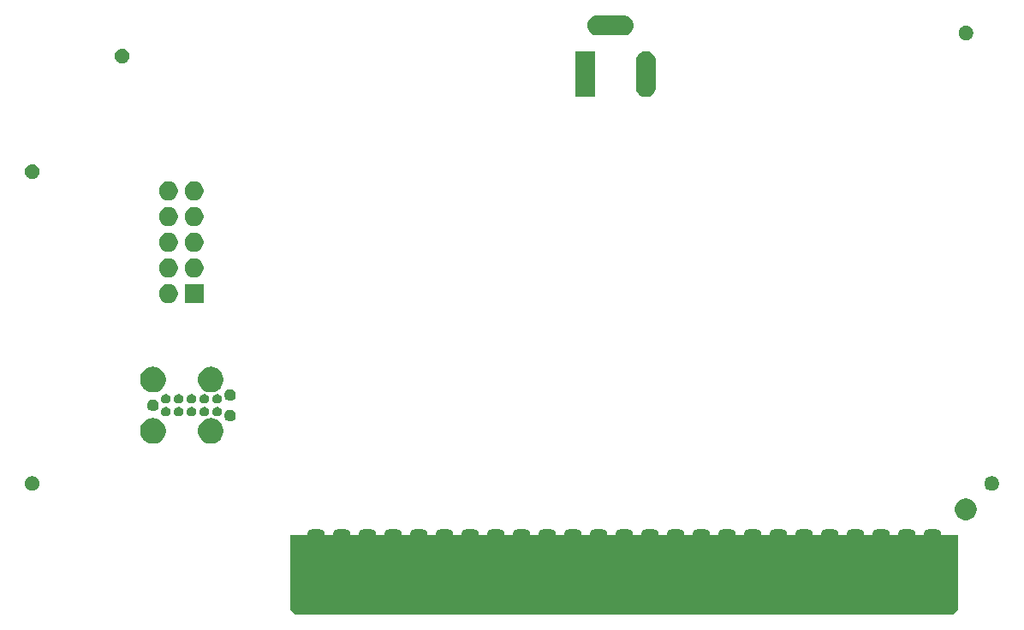
<source format=gbs>
G04 #@! TF.GenerationSoftware,KiCad,Pcbnew,(5.1.5-0-10_14)*
G04 #@! TF.CreationDate,2021-02-17T19:07:14-05:00*
G04 #@! TF.ProjectId,GR8RAM,47523852-414d-42e6-9b69-6361645f7063,0.9*
G04 #@! TF.SameCoordinates,Original*
G04 #@! TF.FileFunction,Soldermask,Bot*
G04 #@! TF.FilePolarity,Negative*
%FSLAX46Y46*%
G04 Gerber Fmt 4.6, Leading zero omitted, Abs format (unit mm)*
G04 Created by KiCad (PCBNEW (5.1.5-0-10_14)) date 2021-02-17 19:07:14*
%MOMM*%
%LPD*%
G04 APERTURE LIST*
%ADD10C,0.100000*%
G04 APERTURE END LIST*
D10*
G36*
X139700000Y-139446000D02*
G01*
X139192000Y-139954000D01*
X74168000Y-139954000D01*
X73660000Y-139446000D01*
X73660000Y-132080000D01*
X139700000Y-132080000D01*
X139700000Y-139446000D01*
G37*
G36*
X137686355Y-131543544D02*
G01*
X137758967Y-131565570D01*
X137825881Y-131601336D01*
X137884531Y-131649469D01*
X137932664Y-131708119D01*
X137968430Y-131775033D01*
X137990456Y-131847645D01*
X137998200Y-131926267D01*
X137998200Y-138837733D01*
X137990456Y-138916355D01*
X137968430Y-138988967D01*
X137932664Y-139055881D01*
X137884531Y-139114531D01*
X137825881Y-139162664D01*
X137758967Y-139198430D01*
X137686355Y-139220456D01*
X137607733Y-139228200D01*
X136712267Y-139228200D01*
X136633645Y-139220456D01*
X136561033Y-139198430D01*
X136494119Y-139162664D01*
X136435469Y-139114531D01*
X136387336Y-139055881D01*
X136351570Y-138988967D01*
X136329544Y-138916355D01*
X136321800Y-138837733D01*
X136321800Y-131926267D01*
X136329544Y-131847645D01*
X136351570Y-131775033D01*
X136387336Y-131708119D01*
X136435469Y-131649469D01*
X136494119Y-131601336D01*
X136561033Y-131565570D01*
X136633645Y-131543544D01*
X136712267Y-131535800D01*
X137607733Y-131535800D01*
X137686355Y-131543544D01*
G37*
G36*
X135146355Y-131543544D02*
G01*
X135218967Y-131565570D01*
X135285881Y-131601336D01*
X135344531Y-131649469D01*
X135392664Y-131708119D01*
X135428430Y-131775033D01*
X135450456Y-131847645D01*
X135458200Y-131926267D01*
X135458200Y-138837733D01*
X135450456Y-138916355D01*
X135428430Y-138988967D01*
X135392664Y-139055881D01*
X135344531Y-139114531D01*
X135285881Y-139162664D01*
X135218967Y-139198430D01*
X135146355Y-139220456D01*
X135067733Y-139228200D01*
X134172267Y-139228200D01*
X134093645Y-139220456D01*
X134021033Y-139198430D01*
X133954119Y-139162664D01*
X133895469Y-139114531D01*
X133847336Y-139055881D01*
X133811570Y-138988967D01*
X133789544Y-138916355D01*
X133781800Y-138837733D01*
X133781800Y-131926267D01*
X133789544Y-131847645D01*
X133811570Y-131775033D01*
X133847336Y-131708119D01*
X133895469Y-131649469D01*
X133954119Y-131601336D01*
X134021033Y-131565570D01*
X134093645Y-131543544D01*
X134172267Y-131535800D01*
X135067733Y-131535800D01*
X135146355Y-131543544D01*
G37*
G36*
X132606355Y-131543544D02*
G01*
X132678967Y-131565570D01*
X132745881Y-131601336D01*
X132804531Y-131649469D01*
X132852664Y-131708119D01*
X132888430Y-131775033D01*
X132910456Y-131847645D01*
X132918200Y-131926267D01*
X132918200Y-138837733D01*
X132910456Y-138916355D01*
X132888430Y-138988967D01*
X132852664Y-139055881D01*
X132804531Y-139114531D01*
X132745881Y-139162664D01*
X132678967Y-139198430D01*
X132606355Y-139220456D01*
X132527733Y-139228200D01*
X131632267Y-139228200D01*
X131553645Y-139220456D01*
X131481033Y-139198430D01*
X131414119Y-139162664D01*
X131355469Y-139114531D01*
X131307336Y-139055881D01*
X131271570Y-138988967D01*
X131249544Y-138916355D01*
X131241800Y-138837733D01*
X131241800Y-131926267D01*
X131249544Y-131847645D01*
X131271570Y-131775033D01*
X131307336Y-131708119D01*
X131355469Y-131649469D01*
X131414119Y-131601336D01*
X131481033Y-131565570D01*
X131553645Y-131543544D01*
X131632267Y-131535800D01*
X132527733Y-131535800D01*
X132606355Y-131543544D01*
G37*
G36*
X130066355Y-131543544D02*
G01*
X130138967Y-131565570D01*
X130205881Y-131601336D01*
X130264531Y-131649469D01*
X130312664Y-131708119D01*
X130348430Y-131775033D01*
X130370456Y-131847645D01*
X130378200Y-131926267D01*
X130378200Y-138837733D01*
X130370456Y-138916355D01*
X130348430Y-138988967D01*
X130312664Y-139055881D01*
X130264531Y-139114531D01*
X130205881Y-139162664D01*
X130138967Y-139198430D01*
X130066355Y-139220456D01*
X129987733Y-139228200D01*
X129092267Y-139228200D01*
X129013645Y-139220456D01*
X128941033Y-139198430D01*
X128874119Y-139162664D01*
X128815469Y-139114531D01*
X128767336Y-139055881D01*
X128731570Y-138988967D01*
X128709544Y-138916355D01*
X128701800Y-138837733D01*
X128701800Y-131926267D01*
X128709544Y-131847645D01*
X128731570Y-131775033D01*
X128767336Y-131708119D01*
X128815469Y-131649469D01*
X128874119Y-131601336D01*
X128941033Y-131565570D01*
X129013645Y-131543544D01*
X129092267Y-131535800D01*
X129987733Y-131535800D01*
X130066355Y-131543544D01*
G37*
G36*
X127526355Y-131543544D02*
G01*
X127598967Y-131565570D01*
X127665881Y-131601336D01*
X127724531Y-131649469D01*
X127772664Y-131708119D01*
X127808430Y-131775033D01*
X127830456Y-131847645D01*
X127838200Y-131926267D01*
X127838200Y-138837733D01*
X127830456Y-138916355D01*
X127808430Y-138988967D01*
X127772664Y-139055881D01*
X127724531Y-139114531D01*
X127665881Y-139162664D01*
X127598967Y-139198430D01*
X127526355Y-139220456D01*
X127447733Y-139228200D01*
X126552267Y-139228200D01*
X126473645Y-139220456D01*
X126401033Y-139198430D01*
X126334119Y-139162664D01*
X126275469Y-139114531D01*
X126227336Y-139055881D01*
X126191570Y-138988967D01*
X126169544Y-138916355D01*
X126161800Y-138837733D01*
X126161800Y-131926267D01*
X126169544Y-131847645D01*
X126191570Y-131775033D01*
X126227336Y-131708119D01*
X126275469Y-131649469D01*
X126334119Y-131601336D01*
X126401033Y-131565570D01*
X126473645Y-131543544D01*
X126552267Y-131535800D01*
X127447733Y-131535800D01*
X127526355Y-131543544D01*
G37*
G36*
X124986355Y-131543544D02*
G01*
X125058967Y-131565570D01*
X125125881Y-131601336D01*
X125184531Y-131649469D01*
X125232664Y-131708119D01*
X125268430Y-131775033D01*
X125290456Y-131847645D01*
X125298200Y-131926267D01*
X125298200Y-138837733D01*
X125290456Y-138916355D01*
X125268430Y-138988967D01*
X125232664Y-139055881D01*
X125184531Y-139114531D01*
X125125881Y-139162664D01*
X125058967Y-139198430D01*
X124986355Y-139220456D01*
X124907733Y-139228200D01*
X124012267Y-139228200D01*
X123933645Y-139220456D01*
X123861033Y-139198430D01*
X123794119Y-139162664D01*
X123735469Y-139114531D01*
X123687336Y-139055881D01*
X123651570Y-138988967D01*
X123629544Y-138916355D01*
X123621800Y-138837733D01*
X123621800Y-131926267D01*
X123629544Y-131847645D01*
X123651570Y-131775033D01*
X123687336Y-131708119D01*
X123735469Y-131649469D01*
X123794119Y-131601336D01*
X123861033Y-131565570D01*
X123933645Y-131543544D01*
X124012267Y-131535800D01*
X124907733Y-131535800D01*
X124986355Y-131543544D01*
G37*
G36*
X122446355Y-131543544D02*
G01*
X122518967Y-131565570D01*
X122585881Y-131601336D01*
X122644531Y-131649469D01*
X122692664Y-131708119D01*
X122728430Y-131775033D01*
X122750456Y-131847645D01*
X122758200Y-131926267D01*
X122758200Y-138837733D01*
X122750456Y-138916355D01*
X122728430Y-138988967D01*
X122692664Y-139055881D01*
X122644531Y-139114531D01*
X122585881Y-139162664D01*
X122518967Y-139198430D01*
X122446355Y-139220456D01*
X122367733Y-139228200D01*
X121472267Y-139228200D01*
X121393645Y-139220456D01*
X121321033Y-139198430D01*
X121254119Y-139162664D01*
X121195469Y-139114531D01*
X121147336Y-139055881D01*
X121111570Y-138988967D01*
X121089544Y-138916355D01*
X121081800Y-138837733D01*
X121081800Y-131926267D01*
X121089544Y-131847645D01*
X121111570Y-131775033D01*
X121147336Y-131708119D01*
X121195469Y-131649469D01*
X121254119Y-131601336D01*
X121321033Y-131565570D01*
X121393645Y-131543544D01*
X121472267Y-131535800D01*
X122367733Y-131535800D01*
X122446355Y-131543544D01*
G37*
G36*
X119906355Y-131543544D02*
G01*
X119978967Y-131565570D01*
X120045881Y-131601336D01*
X120104531Y-131649469D01*
X120152664Y-131708119D01*
X120188430Y-131775033D01*
X120210456Y-131847645D01*
X120218200Y-131926267D01*
X120218200Y-138837733D01*
X120210456Y-138916355D01*
X120188430Y-138988967D01*
X120152664Y-139055881D01*
X120104531Y-139114531D01*
X120045881Y-139162664D01*
X119978967Y-139198430D01*
X119906355Y-139220456D01*
X119827733Y-139228200D01*
X118932267Y-139228200D01*
X118853645Y-139220456D01*
X118781033Y-139198430D01*
X118714119Y-139162664D01*
X118655469Y-139114531D01*
X118607336Y-139055881D01*
X118571570Y-138988967D01*
X118549544Y-138916355D01*
X118541800Y-138837733D01*
X118541800Y-131926267D01*
X118549544Y-131847645D01*
X118571570Y-131775033D01*
X118607336Y-131708119D01*
X118655469Y-131649469D01*
X118714119Y-131601336D01*
X118781033Y-131565570D01*
X118853645Y-131543544D01*
X118932267Y-131535800D01*
X119827733Y-131535800D01*
X119906355Y-131543544D01*
G37*
G36*
X117366355Y-131543544D02*
G01*
X117438967Y-131565570D01*
X117505881Y-131601336D01*
X117564531Y-131649469D01*
X117612664Y-131708119D01*
X117648430Y-131775033D01*
X117670456Y-131847645D01*
X117678200Y-131926267D01*
X117678200Y-138837733D01*
X117670456Y-138916355D01*
X117648430Y-138988967D01*
X117612664Y-139055881D01*
X117564531Y-139114531D01*
X117505881Y-139162664D01*
X117438967Y-139198430D01*
X117366355Y-139220456D01*
X117287733Y-139228200D01*
X116392267Y-139228200D01*
X116313645Y-139220456D01*
X116241033Y-139198430D01*
X116174119Y-139162664D01*
X116115469Y-139114531D01*
X116067336Y-139055881D01*
X116031570Y-138988967D01*
X116009544Y-138916355D01*
X116001800Y-138837733D01*
X116001800Y-131926267D01*
X116009544Y-131847645D01*
X116031570Y-131775033D01*
X116067336Y-131708119D01*
X116115469Y-131649469D01*
X116174119Y-131601336D01*
X116241033Y-131565570D01*
X116313645Y-131543544D01*
X116392267Y-131535800D01*
X117287733Y-131535800D01*
X117366355Y-131543544D01*
G37*
G36*
X114826355Y-131543544D02*
G01*
X114898967Y-131565570D01*
X114965881Y-131601336D01*
X115024531Y-131649469D01*
X115072664Y-131708119D01*
X115108430Y-131775033D01*
X115130456Y-131847645D01*
X115138200Y-131926267D01*
X115138200Y-138837733D01*
X115130456Y-138916355D01*
X115108430Y-138988967D01*
X115072664Y-139055881D01*
X115024531Y-139114531D01*
X114965881Y-139162664D01*
X114898967Y-139198430D01*
X114826355Y-139220456D01*
X114747733Y-139228200D01*
X113852267Y-139228200D01*
X113773645Y-139220456D01*
X113701033Y-139198430D01*
X113634119Y-139162664D01*
X113575469Y-139114531D01*
X113527336Y-139055881D01*
X113491570Y-138988967D01*
X113469544Y-138916355D01*
X113461800Y-138837733D01*
X113461800Y-131926267D01*
X113469544Y-131847645D01*
X113491570Y-131775033D01*
X113527336Y-131708119D01*
X113575469Y-131649469D01*
X113634119Y-131601336D01*
X113701033Y-131565570D01*
X113773645Y-131543544D01*
X113852267Y-131535800D01*
X114747733Y-131535800D01*
X114826355Y-131543544D01*
G37*
G36*
X112286355Y-131543544D02*
G01*
X112358967Y-131565570D01*
X112425881Y-131601336D01*
X112484531Y-131649469D01*
X112532664Y-131708119D01*
X112568430Y-131775033D01*
X112590456Y-131847645D01*
X112598200Y-131926267D01*
X112598200Y-138837733D01*
X112590456Y-138916355D01*
X112568430Y-138988967D01*
X112532664Y-139055881D01*
X112484531Y-139114531D01*
X112425881Y-139162664D01*
X112358967Y-139198430D01*
X112286355Y-139220456D01*
X112207733Y-139228200D01*
X111312267Y-139228200D01*
X111233645Y-139220456D01*
X111161033Y-139198430D01*
X111094119Y-139162664D01*
X111035469Y-139114531D01*
X110987336Y-139055881D01*
X110951570Y-138988967D01*
X110929544Y-138916355D01*
X110921800Y-138837733D01*
X110921800Y-131926267D01*
X110929544Y-131847645D01*
X110951570Y-131775033D01*
X110987336Y-131708119D01*
X111035469Y-131649469D01*
X111094119Y-131601336D01*
X111161033Y-131565570D01*
X111233645Y-131543544D01*
X111312267Y-131535800D01*
X112207733Y-131535800D01*
X112286355Y-131543544D01*
G37*
G36*
X109746355Y-131543544D02*
G01*
X109818967Y-131565570D01*
X109885881Y-131601336D01*
X109944531Y-131649469D01*
X109992664Y-131708119D01*
X110028430Y-131775033D01*
X110050456Y-131847645D01*
X110058200Y-131926267D01*
X110058200Y-138837733D01*
X110050456Y-138916355D01*
X110028430Y-138988967D01*
X109992664Y-139055881D01*
X109944531Y-139114531D01*
X109885881Y-139162664D01*
X109818967Y-139198430D01*
X109746355Y-139220456D01*
X109667733Y-139228200D01*
X108772267Y-139228200D01*
X108693645Y-139220456D01*
X108621033Y-139198430D01*
X108554119Y-139162664D01*
X108495469Y-139114531D01*
X108447336Y-139055881D01*
X108411570Y-138988967D01*
X108389544Y-138916355D01*
X108381800Y-138837733D01*
X108381800Y-131926267D01*
X108389544Y-131847645D01*
X108411570Y-131775033D01*
X108447336Y-131708119D01*
X108495469Y-131649469D01*
X108554119Y-131601336D01*
X108621033Y-131565570D01*
X108693645Y-131543544D01*
X108772267Y-131535800D01*
X109667733Y-131535800D01*
X109746355Y-131543544D01*
G37*
G36*
X107206355Y-131543544D02*
G01*
X107278967Y-131565570D01*
X107345881Y-131601336D01*
X107404531Y-131649469D01*
X107452664Y-131708119D01*
X107488430Y-131775033D01*
X107510456Y-131847645D01*
X107518200Y-131926267D01*
X107518200Y-138837733D01*
X107510456Y-138916355D01*
X107488430Y-138988967D01*
X107452664Y-139055881D01*
X107404531Y-139114531D01*
X107345881Y-139162664D01*
X107278967Y-139198430D01*
X107206355Y-139220456D01*
X107127733Y-139228200D01*
X106232267Y-139228200D01*
X106153645Y-139220456D01*
X106081033Y-139198430D01*
X106014119Y-139162664D01*
X105955469Y-139114531D01*
X105907336Y-139055881D01*
X105871570Y-138988967D01*
X105849544Y-138916355D01*
X105841800Y-138837733D01*
X105841800Y-131926267D01*
X105849544Y-131847645D01*
X105871570Y-131775033D01*
X105907336Y-131708119D01*
X105955469Y-131649469D01*
X106014119Y-131601336D01*
X106081033Y-131565570D01*
X106153645Y-131543544D01*
X106232267Y-131535800D01*
X107127733Y-131535800D01*
X107206355Y-131543544D01*
G37*
G36*
X104666355Y-131543544D02*
G01*
X104738967Y-131565570D01*
X104805881Y-131601336D01*
X104864531Y-131649469D01*
X104912664Y-131708119D01*
X104948430Y-131775033D01*
X104970456Y-131847645D01*
X104978200Y-131926267D01*
X104978200Y-138837733D01*
X104970456Y-138916355D01*
X104948430Y-138988967D01*
X104912664Y-139055881D01*
X104864531Y-139114531D01*
X104805881Y-139162664D01*
X104738967Y-139198430D01*
X104666355Y-139220456D01*
X104587733Y-139228200D01*
X103692267Y-139228200D01*
X103613645Y-139220456D01*
X103541033Y-139198430D01*
X103474119Y-139162664D01*
X103415469Y-139114531D01*
X103367336Y-139055881D01*
X103331570Y-138988967D01*
X103309544Y-138916355D01*
X103301800Y-138837733D01*
X103301800Y-131926267D01*
X103309544Y-131847645D01*
X103331570Y-131775033D01*
X103367336Y-131708119D01*
X103415469Y-131649469D01*
X103474119Y-131601336D01*
X103541033Y-131565570D01*
X103613645Y-131543544D01*
X103692267Y-131535800D01*
X104587733Y-131535800D01*
X104666355Y-131543544D01*
G37*
G36*
X102126355Y-131543544D02*
G01*
X102198967Y-131565570D01*
X102265881Y-131601336D01*
X102324531Y-131649469D01*
X102372664Y-131708119D01*
X102408430Y-131775033D01*
X102430456Y-131847645D01*
X102438200Y-131926267D01*
X102438200Y-138837733D01*
X102430456Y-138916355D01*
X102408430Y-138988967D01*
X102372664Y-139055881D01*
X102324531Y-139114531D01*
X102265881Y-139162664D01*
X102198967Y-139198430D01*
X102126355Y-139220456D01*
X102047733Y-139228200D01*
X101152267Y-139228200D01*
X101073645Y-139220456D01*
X101001033Y-139198430D01*
X100934119Y-139162664D01*
X100875469Y-139114531D01*
X100827336Y-139055881D01*
X100791570Y-138988967D01*
X100769544Y-138916355D01*
X100761800Y-138837733D01*
X100761800Y-131926267D01*
X100769544Y-131847645D01*
X100791570Y-131775033D01*
X100827336Y-131708119D01*
X100875469Y-131649469D01*
X100934119Y-131601336D01*
X101001033Y-131565570D01*
X101073645Y-131543544D01*
X101152267Y-131535800D01*
X102047733Y-131535800D01*
X102126355Y-131543544D01*
G37*
G36*
X99586355Y-131543544D02*
G01*
X99658967Y-131565570D01*
X99725881Y-131601336D01*
X99784531Y-131649469D01*
X99832664Y-131708119D01*
X99868430Y-131775033D01*
X99890456Y-131847645D01*
X99898200Y-131926267D01*
X99898200Y-138837733D01*
X99890456Y-138916355D01*
X99868430Y-138988967D01*
X99832664Y-139055881D01*
X99784531Y-139114531D01*
X99725881Y-139162664D01*
X99658967Y-139198430D01*
X99586355Y-139220456D01*
X99507733Y-139228200D01*
X98612267Y-139228200D01*
X98533645Y-139220456D01*
X98461033Y-139198430D01*
X98394119Y-139162664D01*
X98335469Y-139114531D01*
X98287336Y-139055881D01*
X98251570Y-138988967D01*
X98229544Y-138916355D01*
X98221800Y-138837733D01*
X98221800Y-131926267D01*
X98229544Y-131847645D01*
X98251570Y-131775033D01*
X98287336Y-131708119D01*
X98335469Y-131649469D01*
X98394119Y-131601336D01*
X98461033Y-131565570D01*
X98533645Y-131543544D01*
X98612267Y-131535800D01*
X99507733Y-131535800D01*
X99586355Y-131543544D01*
G37*
G36*
X97046355Y-131543544D02*
G01*
X97118967Y-131565570D01*
X97185881Y-131601336D01*
X97244531Y-131649469D01*
X97292664Y-131708119D01*
X97328430Y-131775033D01*
X97350456Y-131847645D01*
X97358200Y-131926267D01*
X97358200Y-138837733D01*
X97350456Y-138916355D01*
X97328430Y-138988967D01*
X97292664Y-139055881D01*
X97244531Y-139114531D01*
X97185881Y-139162664D01*
X97118967Y-139198430D01*
X97046355Y-139220456D01*
X96967733Y-139228200D01*
X96072267Y-139228200D01*
X95993645Y-139220456D01*
X95921033Y-139198430D01*
X95854119Y-139162664D01*
X95795469Y-139114531D01*
X95747336Y-139055881D01*
X95711570Y-138988967D01*
X95689544Y-138916355D01*
X95681800Y-138837733D01*
X95681800Y-131926267D01*
X95689544Y-131847645D01*
X95711570Y-131775033D01*
X95747336Y-131708119D01*
X95795469Y-131649469D01*
X95854119Y-131601336D01*
X95921033Y-131565570D01*
X95993645Y-131543544D01*
X96072267Y-131535800D01*
X96967733Y-131535800D01*
X97046355Y-131543544D01*
G37*
G36*
X94506355Y-131543544D02*
G01*
X94578967Y-131565570D01*
X94645881Y-131601336D01*
X94704531Y-131649469D01*
X94752664Y-131708119D01*
X94788430Y-131775033D01*
X94810456Y-131847645D01*
X94818200Y-131926267D01*
X94818200Y-138837733D01*
X94810456Y-138916355D01*
X94788430Y-138988967D01*
X94752664Y-139055881D01*
X94704531Y-139114531D01*
X94645881Y-139162664D01*
X94578967Y-139198430D01*
X94506355Y-139220456D01*
X94427733Y-139228200D01*
X93532267Y-139228200D01*
X93453645Y-139220456D01*
X93381033Y-139198430D01*
X93314119Y-139162664D01*
X93255469Y-139114531D01*
X93207336Y-139055881D01*
X93171570Y-138988967D01*
X93149544Y-138916355D01*
X93141800Y-138837733D01*
X93141800Y-131926267D01*
X93149544Y-131847645D01*
X93171570Y-131775033D01*
X93207336Y-131708119D01*
X93255469Y-131649469D01*
X93314119Y-131601336D01*
X93381033Y-131565570D01*
X93453645Y-131543544D01*
X93532267Y-131535800D01*
X94427733Y-131535800D01*
X94506355Y-131543544D01*
G37*
G36*
X91966355Y-131543544D02*
G01*
X92038967Y-131565570D01*
X92105881Y-131601336D01*
X92164531Y-131649469D01*
X92212664Y-131708119D01*
X92248430Y-131775033D01*
X92270456Y-131847645D01*
X92278200Y-131926267D01*
X92278200Y-138837733D01*
X92270456Y-138916355D01*
X92248430Y-138988967D01*
X92212664Y-139055881D01*
X92164531Y-139114531D01*
X92105881Y-139162664D01*
X92038967Y-139198430D01*
X91966355Y-139220456D01*
X91887733Y-139228200D01*
X90992267Y-139228200D01*
X90913645Y-139220456D01*
X90841033Y-139198430D01*
X90774119Y-139162664D01*
X90715469Y-139114531D01*
X90667336Y-139055881D01*
X90631570Y-138988967D01*
X90609544Y-138916355D01*
X90601800Y-138837733D01*
X90601800Y-131926267D01*
X90609544Y-131847645D01*
X90631570Y-131775033D01*
X90667336Y-131708119D01*
X90715469Y-131649469D01*
X90774119Y-131601336D01*
X90841033Y-131565570D01*
X90913645Y-131543544D01*
X90992267Y-131535800D01*
X91887733Y-131535800D01*
X91966355Y-131543544D01*
G37*
G36*
X89426355Y-131543544D02*
G01*
X89498967Y-131565570D01*
X89565881Y-131601336D01*
X89624531Y-131649469D01*
X89672664Y-131708119D01*
X89708430Y-131775033D01*
X89730456Y-131847645D01*
X89738200Y-131926267D01*
X89738200Y-138837733D01*
X89730456Y-138916355D01*
X89708430Y-138988967D01*
X89672664Y-139055881D01*
X89624531Y-139114531D01*
X89565881Y-139162664D01*
X89498967Y-139198430D01*
X89426355Y-139220456D01*
X89347733Y-139228200D01*
X88452267Y-139228200D01*
X88373645Y-139220456D01*
X88301033Y-139198430D01*
X88234119Y-139162664D01*
X88175469Y-139114531D01*
X88127336Y-139055881D01*
X88091570Y-138988967D01*
X88069544Y-138916355D01*
X88061800Y-138837733D01*
X88061800Y-131926267D01*
X88069544Y-131847645D01*
X88091570Y-131775033D01*
X88127336Y-131708119D01*
X88175469Y-131649469D01*
X88234119Y-131601336D01*
X88301033Y-131565570D01*
X88373645Y-131543544D01*
X88452267Y-131535800D01*
X89347733Y-131535800D01*
X89426355Y-131543544D01*
G37*
G36*
X86886355Y-131543544D02*
G01*
X86958967Y-131565570D01*
X87025881Y-131601336D01*
X87084531Y-131649469D01*
X87132664Y-131708119D01*
X87168430Y-131775033D01*
X87190456Y-131847645D01*
X87198200Y-131926267D01*
X87198200Y-138837733D01*
X87190456Y-138916355D01*
X87168430Y-138988967D01*
X87132664Y-139055881D01*
X87084531Y-139114531D01*
X87025881Y-139162664D01*
X86958967Y-139198430D01*
X86886355Y-139220456D01*
X86807733Y-139228200D01*
X85912267Y-139228200D01*
X85833645Y-139220456D01*
X85761033Y-139198430D01*
X85694119Y-139162664D01*
X85635469Y-139114531D01*
X85587336Y-139055881D01*
X85551570Y-138988967D01*
X85529544Y-138916355D01*
X85521800Y-138837733D01*
X85521800Y-131926267D01*
X85529544Y-131847645D01*
X85551570Y-131775033D01*
X85587336Y-131708119D01*
X85635469Y-131649469D01*
X85694119Y-131601336D01*
X85761033Y-131565570D01*
X85833645Y-131543544D01*
X85912267Y-131535800D01*
X86807733Y-131535800D01*
X86886355Y-131543544D01*
G37*
G36*
X84346355Y-131543544D02*
G01*
X84418967Y-131565570D01*
X84485881Y-131601336D01*
X84544531Y-131649469D01*
X84592664Y-131708119D01*
X84628430Y-131775033D01*
X84650456Y-131847645D01*
X84658200Y-131926267D01*
X84658200Y-138837733D01*
X84650456Y-138916355D01*
X84628430Y-138988967D01*
X84592664Y-139055881D01*
X84544531Y-139114531D01*
X84485881Y-139162664D01*
X84418967Y-139198430D01*
X84346355Y-139220456D01*
X84267733Y-139228200D01*
X83372267Y-139228200D01*
X83293645Y-139220456D01*
X83221033Y-139198430D01*
X83154119Y-139162664D01*
X83095469Y-139114531D01*
X83047336Y-139055881D01*
X83011570Y-138988967D01*
X82989544Y-138916355D01*
X82981800Y-138837733D01*
X82981800Y-131926267D01*
X82989544Y-131847645D01*
X83011570Y-131775033D01*
X83047336Y-131708119D01*
X83095469Y-131649469D01*
X83154119Y-131601336D01*
X83221033Y-131565570D01*
X83293645Y-131543544D01*
X83372267Y-131535800D01*
X84267733Y-131535800D01*
X84346355Y-131543544D01*
G37*
G36*
X81806355Y-131543544D02*
G01*
X81878967Y-131565570D01*
X81945881Y-131601336D01*
X82004531Y-131649469D01*
X82052664Y-131708119D01*
X82088430Y-131775033D01*
X82110456Y-131847645D01*
X82118200Y-131926267D01*
X82118200Y-138837733D01*
X82110456Y-138916355D01*
X82088430Y-138988967D01*
X82052664Y-139055881D01*
X82004531Y-139114531D01*
X81945881Y-139162664D01*
X81878967Y-139198430D01*
X81806355Y-139220456D01*
X81727733Y-139228200D01*
X80832267Y-139228200D01*
X80753645Y-139220456D01*
X80681033Y-139198430D01*
X80614119Y-139162664D01*
X80555469Y-139114531D01*
X80507336Y-139055881D01*
X80471570Y-138988967D01*
X80449544Y-138916355D01*
X80441800Y-138837733D01*
X80441800Y-131926267D01*
X80449544Y-131847645D01*
X80471570Y-131775033D01*
X80507336Y-131708119D01*
X80555469Y-131649469D01*
X80614119Y-131601336D01*
X80681033Y-131565570D01*
X80753645Y-131543544D01*
X80832267Y-131535800D01*
X81727733Y-131535800D01*
X81806355Y-131543544D01*
G37*
G36*
X79266355Y-131543544D02*
G01*
X79338967Y-131565570D01*
X79405881Y-131601336D01*
X79464531Y-131649469D01*
X79512664Y-131708119D01*
X79548430Y-131775033D01*
X79570456Y-131847645D01*
X79578200Y-131926267D01*
X79578200Y-138837733D01*
X79570456Y-138916355D01*
X79548430Y-138988967D01*
X79512664Y-139055881D01*
X79464531Y-139114531D01*
X79405881Y-139162664D01*
X79338967Y-139198430D01*
X79266355Y-139220456D01*
X79187733Y-139228200D01*
X78292267Y-139228200D01*
X78213645Y-139220456D01*
X78141033Y-139198430D01*
X78074119Y-139162664D01*
X78015469Y-139114531D01*
X77967336Y-139055881D01*
X77931570Y-138988967D01*
X77909544Y-138916355D01*
X77901800Y-138837733D01*
X77901800Y-131926267D01*
X77909544Y-131847645D01*
X77931570Y-131775033D01*
X77967336Y-131708119D01*
X78015469Y-131649469D01*
X78074119Y-131601336D01*
X78141033Y-131565570D01*
X78213645Y-131543544D01*
X78292267Y-131535800D01*
X79187733Y-131535800D01*
X79266355Y-131543544D01*
G37*
G36*
X76726355Y-131543544D02*
G01*
X76798967Y-131565570D01*
X76865881Y-131601336D01*
X76924531Y-131649469D01*
X76972664Y-131708119D01*
X77008430Y-131775033D01*
X77030456Y-131847645D01*
X77038200Y-131926267D01*
X77038200Y-138837733D01*
X77030456Y-138916355D01*
X77008430Y-138988967D01*
X76972664Y-139055881D01*
X76924531Y-139114531D01*
X76865881Y-139162664D01*
X76798967Y-139198430D01*
X76726355Y-139220456D01*
X76647733Y-139228200D01*
X75752267Y-139228200D01*
X75673645Y-139220456D01*
X75601033Y-139198430D01*
X75534119Y-139162664D01*
X75475469Y-139114531D01*
X75427336Y-139055881D01*
X75391570Y-138988967D01*
X75369544Y-138916355D01*
X75361800Y-138837733D01*
X75361800Y-131926267D01*
X75369544Y-131847645D01*
X75391570Y-131775033D01*
X75427336Y-131708119D01*
X75475469Y-131649469D01*
X75534119Y-131601336D01*
X75601033Y-131565570D01*
X75673645Y-131543544D01*
X75752267Y-131535800D01*
X76647733Y-131535800D01*
X76726355Y-131543544D01*
G37*
G36*
X140775914Y-128505157D02*
G01*
X140971777Y-128586286D01*
X141148033Y-128704057D01*
X141297943Y-128853967D01*
X141415714Y-129030223D01*
X141496843Y-129226086D01*
X141538200Y-129434004D01*
X141538200Y-129645996D01*
X141496843Y-129853914D01*
X141415714Y-130049777D01*
X141297943Y-130226033D01*
X141148033Y-130375943D01*
X140971777Y-130493714D01*
X140775914Y-130574843D01*
X140567996Y-130616200D01*
X140356004Y-130616200D01*
X140148086Y-130574843D01*
X139952223Y-130493714D01*
X139775967Y-130375943D01*
X139626057Y-130226033D01*
X139508286Y-130049777D01*
X139427157Y-129853914D01*
X139385800Y-129645996D01*
X139385800Y-129434004D01*
X139427157Y-129226086D01*
X139508286Y-129030223D01*
X139626057Y-128853967D01*
X139775967Y-128704057D01*
X139952223Y-128586286D01*
X140148086Y-128505157D01*
X140356004Y-128463800D01*
X140567996Y-128463800D01*
X140775914Y-128505157D01*
G37*
G36*
X48250933Y-126285274D02*
G01*
X48344185Y-126303823D01*
X48475939Y-126358398D01*
X48475940Y-126358399D01*
X48475943Y-126358400D01*
X48594523Y-126437633D01*
X48695367Y-126538477D01*
X48774600Y-126657057D01*
X48774601Y-126657060D01*
X48774602Y-126657061D01*
X48829177Y-126788815D01*
X48857000Y-126928693D01*
X48857000Y-127071307D01*
X48829177Y-127211185D01*
X48774602Y-127342939D01*
X48774600Y-127342943D01*
X48695367Y-127461523D01*
X48594523Y-127562367D01*
X48475943Y-127641600D01*
X48475940Y-127641601D01*
X48475939Y-127641602D01*
X48344185Y-127696177D01*
X48250933Y-127714726D01*
X48204308Y-127724000D01*
X48061692Y-127724000D01*
X48015067Y-127714726D01*
X47921815Y-127696177D01*
X47790061Y-127641602D01*
X47790060Y-127641601D01*
X47790057Y-127641600D01*
X47671477Y-127562367D01*
X47570633Y-127461523D01*
X47491400Y-127342943D01*
X47491398Y-127342939D01*
X47436823Y-127211185D01*
X47409000Y-127071307D01*
X47409000Y-126928693D01*
X47436823Y-126788815D01*
X47491398Y-126657061D01*
X47491399Y-126657060D01*
X47491400Y-126657057D01*
X47570633Y-126538477D01*
X47671477Y-126437633D01*
X47790057Y-126358400D01*
X47790060Y-126358399D01*
X47790061Y-126358398D01*
X47921815Y-126303823D01*
X48015067Y-126285274D01*
X48061692Y-126276000D01*
X48204308Y-126276000D01*
X48250933Y-126285274D01*
G37*
G36*
X143119933Y-126285274D02*
G01*
X143213185Y-126303823D01*
X143344939Y-126358398D01*
X143344940Y-126358399D01*
X143344943Y-126358400D01*
X143463523Y-126437633D01*
X143564367Y-126538477D01*
X143643600Y-126657057D01*
X143643601Y-126657060D01*
X143643602Y-126657061D01*
X143698177Y-126788815D01*
X143726000Y-126928693D01*
X143726000Y-127071307D01*
X143698177Y-127211185D01*
X143643602Y-127342939D01*
X143643600Y-127342943D01*
X143564367Y-127461523D01*
X143463523Y-127562367D01*
X143344943Y-127641600D01*
X143344940Y-127641601D01*
X143344939Y-127641602D01*
X143213185Y-127696177D01*
X143119933Y-127714726D01*
X143073308Y-127724000D01*
X142930692Y-127724000D01*
X142884067Y-127714726D01*
X142790815Y-127696177D01*
X142659061Y-127641602D01*
X142659060Y-127641601D01*
X142659057Y-127641600D01*
X142540477Y-127562367D01*
X142439633Y-127461523D01*
X142360400Y-127342943D01*
X142360398Y-127342939D01*
X142305823Y-127211185D01*
X142278000Y-127071307D01*
X142278000Y-126928693D01*
X142305823Y-126788815D01*
X142360398Y-126657061D01*
X142360399Y-126657060D01*
X142360400Y-126657057D01*
X142439633Y-126538477D01*
X142540477Y-126437633D01*
X142659057Y-126358400D01*
X142659060Y-126358399D01*
X142659061Y-126358398D01*
X142790815Y-126303823D01*
X142884067Y-126285274D01*
X142930692Y-126276000D01*
X143073308Y-126276000D01*
X143119933Y-126285274D01*
G37*
G36*
X65937503Y-120534729D02*
G01*
X66154596Y-120577911D01*
X66384564Y-120673167D01*
X66591525Y-120811455D01*
X66591527Y-120811457D01*
X66591530Y-120811459D01*
X66767541Y-120987470D01*
X66767543Y-120987473D01*
X66767545Y-120987475D01*
X66905833Y-121194436D01*
X67001089Y-121424404D01*
X67049650Y-121668542D01*
X67049650Y-121917458D01*
X67001089Y-122161596D01*
X66905833Y-122391564D01*
X66767545Y-122598525D01*
X66767543Y-122598527D01*
X66767541Y-122598530D01*
X66591530Y-122774541D01*
X66591527Y-122774543D01*
X66591525Y-122774545D01*
X66384564Y-122912833D01*
X66154596Y-123008089D01*
X65937503Y-123051271D01*
X65910459Y-123056650D01*
X65661541Y-123056650D01*
X65634497Y-123051271D01*
X65417404Y-123008089D01*
X65187436Y-122912833D01*
X64980475Y-122774545D01*
X64980473Y-122774543D01*
X64980470Y-122774541D01*
X64804459Y-122598530D01*
X64804457Y-122598527D01*
X64804455Y-122598525D01*
X64666167Y-122391564D01*
X64570911Y-122161596D01*
X64522350Y-121917458D01*
X64522350Y-121668542D01*
X64570911Y-121424404D01*
X64666167Y-121194436D01*
X64804455Y-120987475D01*
X64804457Y-120987473D01*
X64804459Y-120987470D01*
X64980470Y-120811459D01*
X64980473Y-120811457D01*
X64980475Y-120811455D01*
X65187436Y-120673167D01*
X65417404Y-120577911D01*
X65634497Y-120534729D01*
X65661541Y-120529350D01*
X65910459Y-120529350D01*
X65937503Y-120534729D01*
G37*
G36*
X60222503Y-120534729D02*
G01*
X60439596Y-120577911D01*
X60669564Y-120673167D01*
X60876525Y-120811455D01*
X60876527Y-120811457D01*
X60876530Y-120811459D01*
X61052541Y-120987470D01*
X61052543Y-120987473D01*
X61052545Y-120987475D01*
X61190833Y-121194436D01*
X61286089Y-121424404D01*
X61334650Y-121668542D01*
X61334650Y-121917458D01*
X61286089Y-122161596D01*
X61190833Y-122391564D01*
X61052545Y-122598525D01*
X61052543Y-122598527D01*
X61052541Y-122598530D01*
X60876530Y-122774541D01*
X60876527Y-122774543D01*
X60876525Y-122774545D01*
X60669564Y-122912833D01*
X60439596Y-123008089D01*
X60222503Y-123051271D01*
X60195459Y-123056650D01*
X59946541Y-123056650D01*
X59919497Y-123051271D01*
X59702404Y-123008089D01*
X59472436Y-122912833D01*
X59265475Y-122774545D01*
X59265473Y-122774543D01*
X59265470Y-122774541D01*
X59089459Y-122598530D01*
X59089457Y-122598527D01*
X59089455Y-122598525D01*
X58951167Y-122391564D01*
X58855911Y-122161596D01*
X58807350Y-121917458D01*
X58807350Y-121668542D01*
X58855911Y-121424404D01*
X58951167Y-121194436D01*
X59089455Y-120987475D01*
X59089457Y-120987473D01*
X59089459Y-120987470D01*
X59265470Y-120811459D01*
X59265473Y-120811457D01*
X59265475Y-120811455D01*
X59472436Y-120673167D01*
X59702404Y-120577911D01*
X59919497Y-120534729D01*
X59946541Y-120529350D01*
X60195459Y-120529350D01*
X60222503Y-120534729D01*
G37*
G36*
X67784092Y-119704821D02*
G01*
X67857702Y-119719463D01*
X67933677Y-119750933D01*
X67961707Y-119762543D01*
X68055310Y-119825087D01*
X68134913Y-119904690D01*
X68197457Y-119998293D01*
X68197458Y-119998296D01*
X68240537Y-120102298D01*
X68262500Y-120212713D01*
X68262500Y-120325287D01*
X68240537Y-120435702D01*
X68207216Y-120516145D01*
X68197457Y-120539707D01*
X68134913Y-120633310D01*
X68055310Y-120712913D01*
X67961707Y-120775457D01*
X67938145Y-120785216D01*
X67857702Y-120818537D01*
X67784092Y-120833179D01*
X67747288Y-120840500D01*
X67634712Y-120840500D01*
X67597908Y-120833179D01*
X67524298Y-120818537D01*
X67443855Y-120785216D01*
X67420293Y-120775457D01*
X67326690Y-120712913D01*
X67247087Y-120633310D01*
X67184543Y-120539707D01*
X67174784Y-120516145D01*
X67141463Y-120435702D01*
X67119500Y-120325287D01*
X67119500Y-120212713D01*
X67141463Y-120102298D01*
X67184542Y-119998296D01*
X67184543Y-119998293D01*
X67247087Y-119904690D01*
X67326690Y-119825087D01*
X67420293Y-119762543D01*
X67448323Y-119750933D01*
X67524298Y-119719463D01*
X67597908Y-119704821D01*
X67634712Y-119697500D01*
X67747288Y-119697500D01*
X67784092Y-119704821D01*
G37*
G36*
X61417542Y-119424119D02*
G01*
X61478067Y-119436158D01*
X61563578Y-119471578D01*
X61563581Y-119471580D01*
X61640544Y-119523005D01*
X61705995Y-119588456D01*
X61757420Y-119665419D01*
X61757422Y-119665422D01*
X61792842Y-119750933D01*
X61795151Y-119762542D01*
X61807592Y-119825086D01*
X61810900Y-119841720D01*
X61810900Y-119934280D01*
X61792842Y-120025067D01*
X61757422Y-120110578D01*
X61757420Y-120110581D01*
X61705995Y-120187544D01*
X61640544Y-120252995D01*
X61563581Y-120304420D01*
X61563578Y-120304422D01*
X61478067Y-120339842D01*
X61417542Y-120351881D01*
X61387281Y-120357900D01*
X61294719Y-120357900D01*
X61264458Y-120351881D01*
X61203933Y-120339842D01*
X61118422Y-120304422D01*
X61118419Y-120304420D01*
X61041456Y-120252995D01*
X60976005Y-120187544D01*
X60924580Y-120110581D01*
X60924578Y-120110578D01*
X60889158Y-120025067D01*
X60871100Y-119934280D01*
X60871100Y-119841720D01*
X60874409Y-119825086D01*
X60886849Y-119762542D01*
X60889158Y-119750933D01*
X60924578Y-119665422D01*
X60924580Y-119665419D01*
X60976005Y-119588456D01*
X61041456Y-119523005D01*
X61118419Y-119471580D01*
X61118422Y-119471578D01*
X61203933Y-119436158D01*
X61264458Y-119424119D01*
X61294719Y-119418100D01*
X61387281Y-119418100D01*
X61417542Y-119424119D01*
G37*
G36*
X62687542Y-119424119D02*
G01*
X62748067Y-119436158D01*
X62833578Y-119471578D01*
X62833581Y-119471580D01*
X62910544Y-119523005D01*
X62975995Y-119588456D01*
X63027420Y-119665419D01*
X63027422Y-119665422D01*
X63062842Y-119750933D01*
X63065151Y-119762542D01*
X63077592Y-119825086D01*
X63080900Y-119841720D01*
X63080900Y-119934280D01*
X63062842Y-120025067D01*
X63027422Y-120110578D01*
X63027420Y-120110581D01*
X62975995Y-120187544D01*
X62910544Y-120252995D01*
X62833581Y-120304420D01*
X62833578Y-120304422D01*
X62748067Y-120339842D01*
X62687542Y-120351881D01*
X62657281Y-120357900D01*
X62564719Y-120357900D01*
X62534458Y-120351881D01*
X62473933Y-120339842D01*
X62388422Y-120304422D01*
X62388419Y-120304420D01*
X62311456Y-120252995D01*
X62246005Y-120187544D01*
X62194580Y-120110581D01*
X62194578Y-120110578D01*
X62159158Y-120025067D01*
X62141100Y-119934280D01*
X62141100Y-119841720D01*
X62144409Y-119825086D01*
X62156849Y-119762542D01*
X62159158Y-119750933D01*
X62194578Y-119665422D01*
X62194580Y-119665419D01*
X62246005Y-119588456D01*
X62311456Y-119523005D01*
X62388419Y-119471580D01*
X62388422Y-119471578D01*
X62473933Y-119436158D01*
X62534458Y-119424119D01*
X62564719Y-119418100D01*
X62657281Y-119418100D01*
X62687542Y-119424119D01*
G37*
G36*
X63957542Y-119424119D02*
G01*
X64018067Y-119436158D01*
X64103578Y-119471578D01*
X64103581Y-119471580D01*
X64180544Y-119523005D01*
X64245995Y-119588456D01*
X64297420Y-119665419D01*
X64297422Y-119665422D01*
X64332842Y-119750933D01*
X64335151Y-119762542D01*
X64347592Y-119825086D01*
X64350900Y-119841720D01*
X64350900Y-119934280D01*
X64332842Y-120025067D01*
X64297422Y-120110578D01*
X64297420Y-120110581D01*
X64245995Y-120187544D01*
X64180544Y-120252995D01*
X64103581Y-120304420D01*
X64103578Y-120304422D01*
X64018067Y-120339842D01*
X63957542Y-120351881D01*
X63927281Y-120357900D01*
X63834719Y-120357900D01*
X63804458Y-120351881D01*
X63743933Y-120339842D01*
X63658422Y-120304422D01*
X63658419Y-120304420D01*
X63581456Y-120252995D01*
X63516005Y-120187544D01*
X63464580Y-120110581D01*
X63464578Y-120110578D01*
X63429158Y-120025067D01*
X63411100Y-119934280D01*
X63411100Y-119841720D01*
X63414409Y-119825086D01*
X63426849Y-119762542D01*
X63429158Y-119750933D01*
X63464578Y-119665422D01*
X63464580Y-119665419D01*
X63516005Y-119588456D01*
X63581456Y-119523005D01*
X63658419Y-119471580D01*
X63658422Y-119471578D01*
X63743933Y-119436158D01*
X63804458Y-119424119D01*
X63834719Y-119418100D01*
X63927281Y-119418100D01*
X63957542Y-119424119D01*
G37*
G36*
X65227542Y-119424119D02*
G01*
X65288067Y-119436158D01*
X65373578Y-119471578D01*
X65373581Y-119471580D01*
X65450544Y-119523005D01*
X65515995Y-119588456D01*
X65567420Y-119665419D01*
X65567422Y-119665422D01*
X65602842Y-119750933D01*
X65605151Y-119762542D01*
X65617592Y-119825086D01*
X65620900Y-119841720D01*
X65620900Y-119934280D01*
X65602842Y-120025067D01*
X65567422Y-120110578D01*
X65567420Y-120110581D01*
X65515995Y-120187544D01*
X65450544Y-120252995D01*
X65373581Y-120304420D01*
X65373578Y-120304422D01*
X65288067Y-120339842D01*
X65227542Y-120351881D01*
X65197281Y-120357900D01*
X65104719Y-120357900D01*
X65074458Y-120351881D01*
X65013933Y-120339842D01*
X64928422Y-120304422D01*
X64928419Y-120304420D01*
X64851456Y-120252995D01*
X64786005Y-120187544D01*
X64734580Y-120110581D01*
X64734578Y-120110578D01*
X64699158Y-120025067D01*
X64681100Y-119934280D01*
X64681100Y-119841720D01*
X64684409Y-119825086D01*
X64696849Y-119762542D01*
X64699158Y-119750933D01*
X64734578Y-119665422D01*
X64734580Y-119665419D01*
X64786005Y-119588456D01*
X64851456Y-119523005D01*
X64928419Y-119471580D01*
X64928422Y-119471578D01*
X65013933Y-119436158D01*
X65074458Y-119424119D01*
X65104719Y-119418100D01*
X65197281Y-119418100D01*
X65227542Y-119424119D01*
G37*
G36*
X66497542Y-119424119D02*
G01*
X66558067Y-119436158D01*
X66643578Y-119471578D01*
X66643581Y-119471580D01*
X66720544Y-119523005D01*
X66785995Y-119588456D01*
X66837420Y-119665419D01*
X66837422Y-119665422D01*
X66872842Y-119750933D01*
X66875151Y-119762542D01*
X66887592Y-119825086D01*
X66890900Y-119841720D01*
X66890900Y-119934280D01*
X66872842Y-120025067D01*
X66837422Y-120110578D01*
X66837420Y-120110581D01*
X66785995Y-120187544D01*
X66720544Y-120252995D01*
X66643581Y-120304420D01*
X66643578Y-120304422D01*
X66558067Y-120339842D01*
X66497542Y-120351881D01*
X66467281Y-120357900D01*
X66374719Y-120357900D01*
X66344458Y-120351881D01*
X66283933Y-120339842D01*
X66198422Y-120304422D01*
X66198419Y-120304420D01*
X66121456Y-120252995D01*
X66056005Y-120187544D01*
X66004580Y-120110581D01*
X66004578Y-120110578D01*
X65969158Y-120025067D01*
X65951100Y-119934280D01*
X65951100Y-119841720D01*
X65954409Y-119825086D01*
X65966849Y-119762542D01*
X65969158Y-119750933D01*
X66004578Y-119665422D01*
X66004580Y-119665419D01*
X66056005Y-119588456D01*
X66121456Y-119523005D01*
X66198419Y-119471580D01*
X66198422Y-119471578D01*
X66283933Y-119436158D01*
X66344458Y-119424119D01*
X66374719Y-119418100D01*
X66467281Y-119418100D01*
X66497542Y-119424119D01*
G37*
G36*
X60164092Y-118688821D02*
G01*
X60237702Y-118703463D01*
X60318145Y-118736784D01*
X60341707Y-118746543D01*
X60435310Y-118809087D01*
X60514913Y-118888690D01*
X60577457Y-118982293D01*
X60577458Y-118982296D01*
X60620537Y-119086298D01*
X60642500Y-119196713D01*
X60642500Y-119309287D01*
X60620537Y-119419702D01*
X60599049Y-119471578D01*
X60577457Y-119523707D01*
X60514913Y-119617310D01*
X60435310Y-119696913D01*
X60341707Y-119759457D01*
X60318145Y-119769216D01*
X60237702Y-119802537D01*
X60164092Y-119817179D01*
X60127288Y-119824500D01*
X60014712Y-119824500D01*
X59977908Y-119817179D01*
X59904298Y-119802537D01*
X59823855Y-119769216D01*
X59800293Y-119759457D01*
X59706690Y-119696913D01*
X59627087Y-119617310D01*
X59564543Y-119523707D01*
X59542951Y-119471578D01*
X59521463Y-119419702D01*
X59499500Y-119309287D01*
X59499500Y-119196713D01*
X59521463Y-119086298D01*
X59564542Y-118982296D01*
X59564543Y-118982293D01*
X59627087Y-118888690D01*
X59706690Y-118809087D01*
X59800293Y-118746543D01*
X59823855Y-118736784D01*
X59904298Y-118703463D01*
X59977908Y-118688821D01*
X60014712Y-118681500D01*
X60127288Y-118681500D01*
X60164092Y-118688821D01*
G37*
G36*
X65227542Y-118154119D02*
G01*
X65288067Y-118166158D01*
X65373578Y-118201578D01*
X65373581Y-118201580D01*
X65450544Y-118253005D01*
X65515995Y-118318456D01*
X65515996Y-118318458D01*
X65567422Y-118395422D01*
X65602842Y-118480933D01*
X65602842Y-118480935D01*
X65620900Y-118571719D01*
X65620900Y-118664281D01*
X65617475Y-118681500D01*
X65602842Y-118755067D01*
X65567422Y-118840578D01*
X65567420Y-118840581D01*
X65515995Y-118917544D01*
X65450544Y-118982995D01*
X65373581Y-119034420D01*
X65373578Y-119034422D01*
X65288067Y-119069842D01*
X65227542Y-119081881D01*
X65197281Y-119087900D01*
X65104719Y-119087900D01*
X65074458Y-119081881D01*
X65013933Y-119069842D01*
X64928422Y-119034422D01*
X64928419Y-119034420D01*
X64851456Y-118982995D01*
X64786005Y-118917544D01*
X64734580Y-118840581D01*
X64734578Y-118840578D01*
X64699158Y-118755067D01*
X64684525Y-118681500D01*
X64681100Y-118664281D01*
X64681100Y-118571719D01*
X64699158Y-118480935D01*
X64699158Y-118480933D01*
X64734578Y-118395422D01*
X64786004Y-118318458D01*
X64786005Y-118318456D01*
X64851456Y-118253005D01*
X64928419Y-118201580D01*
X64928422Y-118201578D01*
X65013933Y-118166158D01*
X65074458Y-118154119D01*
X65104719Y-118148100D01*
X65197281Y-118148100D01*
X65227542Y-118154119D01*
G37*
G36*
X66497542Y-118154119D02*
G01*
X66558067Y-118166158D01*
X66643578Y-118201578D01*
X66643581Y-118201580D01*
X66720544Y-118253005D01*
X66785995Y-118318456D01*
X66785996Y-118318458D01*
X66837422Y-118395422D01*
X66872842Y-118480933D01*
X66872842Y-118480935D01*
X66890900Y-118571719D01*
X66890900Y-118664281D01*
X66887475Y-118681500D01*
X66872842Y-118755067D01*
X66837422Y-118840578D01*
X66837420Y-118840581D01*
X66785995Y-118917544D01*
X66720544Y-118982995D01*
X66643581Y-119034420D01*
X66643578Y-119034422D01*
X66558067Y-119069842D01*
X66497542Y-119081881D01*
X66467281Y-119087900D01*
X66374719Y-119087900D01*
X66344458Y-119081881D01*
X66283933Y-119069842D01*
X66198422Y-119034422D01*
X66198419Y-119034420D01*
X66121456Y-118982995D01*
X66056005Y-118917544D01*
X66004580Y-118840581D01*
X66004578Y-118840578D01*
X65969158Y-118755067D01*
X65954525Y-118681500D01*
X65951100Y-118664281D01*
X65951100Y-118571719D01*
X65969158Y-118480935D01*
X65969158Y-118480933D01*
X66004578Y-118395422D01*
X66056004Y-118318458D01*
X66056005Y-118318456D01*
X66121456Y-118253005D01*
X66198419Y-118201580D01*
X66198422Y-118201578D01*
X66283933Y-118166158D01*
X66344458Y-118154119D01*
X66374719Y-118148100D01*
X66467281Y-118148100D01*
X66497542Y-118154119D01*
G37*
G36*
X63957542Y-118154119D02*
G01*
X64018067Y-118166158D01*
X64103578Y-118201578D01*
X64103581Y-118201580D01*
X64180544Y-118253005D01*
X64245995Y-118318456D01*
X64245996Y-118318458D01*
X64297422Y-118395422D01*
X64332842Y-118480933D01*
X64332842Y-118480935D01*
X64350900Y-118571719D01*
X64350900Y-118664281D01*
X64347475Y-118681500D01*
X64332842Y-118755067D01*
X64297422Y-118840578D01*
X64297420Y-118840581D01*
X64245995Y-118917544D01*
X64180544Y-118982995D01*
X64103581Y-119034420D01*
X64103578Y-119034422D01*
X64018067Y-119069842D01*
X63957542Y-119081881D01*
X63927281Y-119087900D01*
X63834719Y-119087900D01*
X63804458Y-119081881D01*
X63743933Y-119069842D01*
X63658422Y-119034422D01*
X63658419Y-119034420D01*
X63581456Y-118982995D01*
X63516005Y-118917544D01*
X63464580Y-118840581D01*
X63464578Y-118840578D01*
X63429158Y-118755067D01*
X63414525Y-118681500D01*
X63411100Y-118664281D01*
X63411100Y-118571719D01*
X63429158Y-118480935D01*
X63429158Y-118480933D01*
X63464578Y-118395422D01*
X63516004Y-118318458D01*
X63516005Y-118318456D01*
X63581456Y-118253005D01*
X63658419Y-118201580D01*
X63658422Y-118201578D01*
X63743933Y-118166158D01*
X63804458Y-118154119D01*
X63834719Y-118148100D01*
X63927281Y-118148100D01*
X63957542Y-118154119D01*
G37*
G36*
X62687542Y-118154119D02*
G01*
X62748067Y-118166158D01*
X62833578Y-118201578D01*
X62833581Y-118201580D01*
X62910544Y-118253005D01*
X62975995Y-118318456D01*
X62975996Y-118318458D01*
X63027422Y-118395422D01*
X63062842Y-118480933D01*
X63062842Y-118480935D01*
X63080900Y-118571719D01*
X63080900Y-118664281D01*
X63077475Y-118681500D01*
X63062842Y-118755067D01*
X63027422Y-118840578D01*
X63027420Y-118840581D01*
X62975995Y-118917544D01*
X62910544Y-118982995D01*
X62833581Y-119034420D01*
X62833578Y-119034422D01*
X62748067Y-119069842D01*
X62687542Y-119081881D01*
X62657281Y-119087900D01*
X62564719Y-119087900D01*
X62534458Y-119081881D01*
X62473933Y-119069842D01*
X62388422Y-119034422D01*
X62388419Y-119034420D01*
X62311456Y-118982995D01*
X62246005Y-118917544D01*
X62194580Y-118840581D01*
X62194578Y-118840578D01*
X62159158Y-118755067D01*
X62144525Y-118681500D01*
X62141100Y-118664281D01*
X62141100Y-118571719D01*
X62159158Y-118480935D01*
X62159158Y-118480933D01*
X62194578Y-118395422D01*
X62246004Y-118318458D01*
X62246005Y-118318456D01*
X62311456Y-118253005D01*
X62388419Y-118201580D01*
X62388422Y-118201578D01*
X62473933Y-118166158D01*
X62534458Y-118154119D01*
X62564719Y-118148100D01*
X62657281Y-118148100D01*
X62687542Y-118154119D01*
G37*
G36*
X61417542Y-118154119D02*
G01*
X61478067Y-118166158D01*
X61563578Y-118201578D01*
X61563581Y-118201580D01*
X61640544Y-118253005D01*
X61705995Y-118318456D01*
X61705996Y-118318458D01*
X61757422Y-118395422D01*
X61792842Y-118480933D01*
X61792842Y-118480935D01*
X61810900Y-118571719D01*
X61810900Y-118664281D01*
X61807475Y-118681500D01*
X61792842Y-118755067D01*
X61757422Y-118840578D01*
X61757420Y-118840581D01*
X61705995Y-118917544D01*
X61640544Y-118982995D01*
X61563581Y-119034420D01*
X61563578Y-119034422D01*
X61478067Y-119069842D01*
X61417542Y-119081881D01*
X61387281Y-119087900D01*
X61294719Y-119087900D01*
X61264458Y-119081881D01*
X61203933Y-119069842D01*
X61118422Y-119034422D01*
X61118419Y-119034420D01*
X61041456Y-118982995D01*
X60976005Y-118917544D01*
X60924580Y-118840581D01*
X60924578Y-118840578D01*
X60889158Y-118755067D01*
X60874525Y-118681500D01*
X60871100Y-118664281D01*
X60871100Y-118571719D01*
X60889158Y-118480935D01*
X60889158Y-118480933D01*
X60924578Y-118395422D01*
X60976004Y-118318458D01*
X60976005Y-118318456D01*
X61041456Y-118253005D01*
X61118419Y-118201580D01*
X61118422Y-118201578D01*
X61203933Y-118166158D01*
X61264458Y-118154119D01*
X61294719Y-118148100D01*
X61387281Y-118148100D01*
X61417542Y-118154119D01*
G37*
G36*
X67784092Y-117672821D02*
G01*
X67857702Y-117687463D01*
X67938145Y-117720784D01*
X67961707Y-117730543D01*
X68055310Y-117793087D01*
X68134913Y-117872690D01*
X68197457Y-117966293D01*
X68197458Y-117966296D01*
X68240537Y-118070298D01*
X68262500Y-118180713D01*
X68262500Y-118293287D01*
X68240537Y-118403702D01*
X68208547Y-118480933D01*
X68197457Y-118507707D01*
X68134913Y-118601310D01*
X68055310Y-118680913D01*
X67961707Y-118743457D01*
X67938145Y-118753216D01*
X67857702Y-118786537D01*
X67784092Y-118801179D01*
X67747288Y-118808500D01*
X67634712Y-118808500D01*
X67597908Y-118801179D01*
X67524298Y-118786537D01*
X67443855Y-118753216D01*
X67420293Y-118743457D01*
X67326690Y-118680913D01*
X67247087Y-118601310D01*
X67184543Y-118507707D01*
X67173453Y-118480933D01*
X67141463Y-118403702D01*
X67119500Y-118293287D01*
X67119500Y-118180713D01*
X67141463Y-118070298D01*
X67184542Y-117966296D01*
X67184543Y-117966293D01*
X67247087Y-117872690D01*
X67326690Y-117793087D01*
X67420293Y-117730543D01*
X67443855Y-117720784D01*
X67524298Y-117687463D01*
X67597908Y-117672821D01*
X67634712Y-117665500D01*
X67747288Y-117665500D01*
X67784092Y-117672821D01*
G37*
G36*
X60222503Y-115454729D02*
G01*
X60439596Y-115497911D01*
X60669564Y-115593167D01*
X60876525Y-115731455D01*
X60876527Y-115731457D01*
X60876530Y-115731459D01*
X61052541Y-115907470D01*
X61052543Y-115907473D01*
X61052545Y-115907475D01*
X61190833Y-116114436D01*
X61286089Y-116344404D01*
X61334650Y-116588542D01*
X61334650Y-116837458D01*
X61286089Y-117081596D01*
X61190833Y-117311564D01*
X61052545Y-117518525D01*
X61052543Y-117518527D01*
X61052541Y-117518530D01*
X60876530Y-117694541D01*
X60876527Y-117694543D01*
X60876525Y-117694545D01*
X60669564Y-117832833D01*
X60439596Y-117928089D01*
X60222503Y-117971271D01*
X60195459Y-117976650D01*
X59946541Y-117976650D01*
X59919497Y-117971271D01*
X59702404Y-117928089D01*
X59472436Y-117832833D01*
X59265475Y-117694545D01*
X59265473Y-117694543D01*
X59265470Y-117694541D01*
X59089459Y-117518530D01*
X59089457Y-117518527D01*
X59089455Y-117518525D01*
X58951167Y-117311564D01*
X58855911Y-117081596D01*
X58807350Y-116837458D01*
X58807350Y-116588542D01*
X58855911Y-116344404D01*
X58951167Y-116114436D01*
X59089455Y-115907475D01*
X59089457Y-115907473D01*
X59089459Y-115907470D01*
X59265470Y-115731459D01*
X59265473Y-115731457D01*
X59265475Y-115731455D01*
X59472436Y-115593167D01*
X59702404Y-115497911D01*
X59919497Y-115454729D01*
X59946541Y-115449350D01*
X60195459Y-115449350D01*
X60222503Y-115454729D01*
G37*
G36*
X65937503Y-115454729D02*
G01*
X66154596Y-115497911D01*
X66384564Y-115593167D01*
X66591525Y-115731455D01*
X66591527Y-115731457D01*
X66591530Y-115731459D01*
X66767541Y-115907470D01*
X66767543Y-115907473D01*
X66767545Y-115907475D01*
X66905833Y-116114436D01*
X67001089Y-116344404D01*
X67049650Y-116588542D01*
X67049650Y-116837458D01*
X67001089Y-117081596D01*
X66905833Y-117311564D01*
X66767545Y-117518525D01*
X66767543Y-117518527D01*
X66767541Y-117518530D01*
X66591530Y-117694541D01*
X66591527Y-117694543D01*
X66591525Y-117694545D01*
X66384564Y-117832833D01*
X66154596Y-117928089D01*
X65937503Y-117971271D01*
X65910459Y-117976650D01*
X65661541Y-117976650D01*
X65634497Y-117971271D01*
X65417404Y-117928089D01*
X65187436Y-117832833D01*
X64980475Y-117694545D01*
X64980473Y-117694543D01*
X64980470Y-117694541D01*
X64804459Y-117518530D01*
X64804457Y-117518527D01*
X64804455Y-117518525D01*
X64666167Y-117311564D01*
X64570911Y-117081596D01*
X64522350Y-116837458D01*
X64522350Y-116588542D01*
X64570911Y-116344404D01*
X64666167Y-116114436D01*
X64804455Y-115907475D01*
X64804457Y-115907473D01*
X64804459Y-115907470D01*
X64980470Y-115731459D01*
X64980473Y-115731457D01*
X64980475Y-115731455D01*
X65187436Y-115593167D01*
X65417404Y-115497911D01*
X65634497Y-115454729D01*
X65661541Y-115449350D01*
X65910459Y-115449350D01*
X65937503Y-115454729D01*
G37*
G36*
X61723875Y-107271423D02*
G01*
X61869133Y-107300316D01*
X62040160Y-107371158D01*
X62194086Y-107474008D01*
X62324992Y-107604914D01*
X62427842Y-107758840D01*
X62498684Y-107929867D01*
X62534800Y-108111439D01*
X62534800Y-108296561D01*
X62498684Y-108478133D01*
X62427842Y-108649160D01*
X62324992Y-108803086D01*
X62194086Y-108933992D01*
X62040160Y-109036842D01*
X61869133Y-109107684D01*
X61723875Y-109136577D01*
X61687562Y-109143800D01*
X61502438Y-109143800D01*
X61466125Y-109136577D01*
X61320867Y-109107684D01*
X61149840Y-109036842D01*
X60995914Y-108933992D01*
X60865008Y-108803086D01*
X60762158Y-108649160D01*
X60691316Y-108478133D01*
X60655200Y-108296561D01*
X60655200Y-108111439D01*
X60691316Y-107929867D01*
X60762158Y-107758840D01*
X60865008Y-107604914D01*
X60995914Y-107474008D01*
X61149840Y-107371158D01*
X61320867Y-107300316D01*
X61466125Y-107271423D01*
X61502438Y-107264200D01*
X61687562Y-107264200D01*
X61723875Y-107271423D01*
G37*
G36*
X65074800Y-109143800D02*
G01*
X63195200Y-109143800D01*
X63195200Y-107264200D01*
X65074800Y-107264200D01*
X65074800Y-109143800D01*
G37*
G36*
X61723875Y-104731423D02*
G01*
X61869133Y-104760316D01*
X62040160Y-104831158D01*
X62194086Y-104934008D01*
X62324992Y-105064914D01*
X62427842Y-105218840D01*
X62498684Y-105389867D01*
X62534800Y-105571439D01*
X62534800Y-105756561D01*
X62498684Y-105938133D01*
X62427842Y-106109160D01*
X62324992Y-106263086D01*
X62194086Y-106393992D01*
X62040160Y-106496842D01*
X61869133Y-106567684D01*
X61723875Y-106596577D01*
X61687562Y-106603800D01*
X61502438Y-106603800D01*
X61466125Y-106596577D01*
X61320867Y-106567684D01*
X61149840Y-106496842D01*
X60995914Y-106393992D01*
X60865008Y-106263086D01*
X60762158Y-106109160D01*
X60691316Y-105938133D01*
X60655200Y-105756561D01*
X60655200Y-105571439D01*
X60691316Y-105389867D01*
X60762158Y-105218840D01*
X60865008Y-105064914D01*
X60995914Y-104934008D01*
X61149840Y-104831158D01*
X61320867Y-104760316D01*
X61466125Y-104731423D01*
X61502438Y-104724200D01*
X61687562Y-104724200D01*
X61723875Y-104731423D01*
G37*
G36*
X64263875Y-104731423D02*
G01*
X64409133Y-104760316D01*
X64580160Y-104831158D01*
X64734086Y-104934008D01*
X64864992Y-105064914D01*
X64967842Y-105218840D01*
X65038684Y-105389867D01*
X65074800Y-105571439D01*
X65074800Y-105756561D01*
X65038684Y-105938133D01*
X64967842Y-106109160D01*
X64864992Y-106263086D01*
X64734086Y-106393992D01*
X64580160Y-106496842D01*
X64409133Y-106567684D01*
X64263875Y-106596577D01*
X64227562Y-106603800D01*
X64042438Y-106603800D01*
X64006125Y-106596577D01*
X63860867Y-106567684D01*
X63689840Y-106496842D01*
X63535914Y-106393992D01*
X63405008Y-106263086D01*
X63302158Y-106109160D01*
X63231316Y-105938133D01*
X63195200Y-105756561D01*
X63195200Y-105571439D01*
X63231316Y-105389867D01*
X63302158Y-105218840D01*
X63405008Y-105064914D01*
X63535914Y-104934008D01*
X63689840Y-104831158D01*
X63860867Y-104760316D01*
X64006125Y-104731423D01*
X64042438Y-104724200D01*
X64227562Y-104724200D01*
X64263875Y-104731423D01*
G37*
G36*
X61723875Y-102191423D02*
G01*
X61869133Y-102220316D01*
X62040160Y-102291158D01*
X62194086Y-102394008D01*
X62324992Y-102524914D01*
X62427842Y-102678840D01*
X62498684Y-102849867D01*
X62534800Y-103031439D01*
X62534800Y-103216561D01*
X62498684Y-103398133D01*
X62427842Y-103569160D01*
X62324992Y-103723086D01*
X62194086Y-103853992D01*
X62040160Y-103956842D01*
X61869133Y-104027684D01*
X61723875Y-104056577D01*
X61687562Y-104063800D01*
X61502438Y-104063800D01*
X61466125Y-104056577D01*
X61320867Y-104027684D01*
X61149840Y-103956842D01*
X60995914Y-103853992D01*
X60865008Y-103723086D01*
X60762158Y-103569160D01*
X60691316Y-103398133D01*
X60655200Y-103216561D01*
X60655200Y-103031439D01*
X60691316Y-102849867D01*
X60762158Y-102678840D01*
X60865008Y-102524914D01*
X60995914Y-102394008D01*
X61149840Y-102291158D01*
X61320867Y-102220316D01*
X61466125Y-102191423D01*
X61502438Y-102184200D01*
X61687562Y-102184200D01*
X61723875Y-102191423D01*
G37*
G36*
X64263875Y-102191423D02*
G01*
X64409133Y-102220316D01*
X64580160Y-102291158D01*
X64734086Y-102394008D01*
X64864992Y-102524914D01*
X64967842Y-102678840D01*
X65038684Y-102849867D01*
X65074800Y-103031439D01*
X65074800Y-103216561D01*
X65038684Y-103398133D01*
X64967842Y-103569160D01*
X64864992Y-103723086D01*
X64734086Y-103853992D01*
X64580160Y-103956842D01*
X64409133Y-104027684D01*
X64263875Y-104056577D01*
X64227562Y-104063800D01*
X64042438Y-104063800D01*
X64006125Y-104056577D01*
X63860867Y-104027684D01*
X63689840Y-103956842D01*
X63535914Y-103853992D01*
X63405008Y-103723086D01*
X63302158Y-103569160D01*
X63231316Y-103398133D01*
X63195200Y-103216561D01*
X63195200Y-103031439D01*
X63231316Y-102849867D01*
X63302158Y-102678840D01*
X63405008Y-102524914D01*
X63535914Y-102394008D01*
X63689840Y-102291158D01*
X63860867Y-102220316D01*
X64006125Y-102191423D01*
X64042438Y-102184200D01*
X64227562Y-102184200D01*
X64263875Y-102191423D01*
G37*
G36*
X61723875Y-99651423D02*
G01*
X61869133Y-99680316D01*
X62040160Y-99751158D01*
X62194086Y-99854008D01*
X62324992Y-99984914D01*
X62427842Y-100138840D01*
X62498684Y-100309867D01*
X62534800Y-100491439D01*
X62534800Y-100676561D01*
X62498684Y-100858133D01*
X62427842Y-101029160D01*
X62324992Y-101183086D01*
X62194086Y-101313992D01*
X62040160Y-101416842D01*
X61869133Y-101487684D01*
X61723875Y-101516577D01*
X61687562Y-101523800D01*
X61502438Y-101523800D01*
X61466125Y-101516577D01*
X61320867Y-101487684D01*
X61149840Y-101416842D01*
X60995914Y-101313992D01*
X60865008Y-101183086D01*
X60762158Y-101029160D01*
X60691316Y-100858133D01*
X60655200Y-100676561D01*
X60655200Y-100491439D01*
X60691316Y-100309867D01*
X60762158Y-100138840D01*
X60865008Y-99984914D01*
X60995914Y-99854008D01*
X61149840Y-99751158D01*
X61320867Y-99680316D01*
X61466125Y-99651423D01*
X61502438Y-99644200D01*
X61687562Y-99644200D01*
X61723875Y-99651423D01*
G37*
G36*
X64263875Y-99651423D02*
G01*
X64409133Y-99680316D01*
X64580160Y-99751158D01*
X64734086Y-99854008D01*
X64864992Y-99984914D01*
X64967842Y-100138840D01*
X65038684Y-100309867D01*
X65074800Y-100491439D01*
X65074800Y-100676561D01*
X65038684Y-100858133D01*
X64967842Y-101029160D01*
X64864992Y-101183086D01*
X64734086Y-101313992D01*
X64580160Y-101416842D01*
X64409133Y-101487684D01*
X64263875Y-101516577D01*
X64227562Y-101523800D01*
X64042438Y-101523800D01*
X64006125Y-101516577D01*
X63860867Y-101487684D01*
X63689840Y-101416842D01*
X63535914Y-101313992D01*
X63405008Y-101183086D01*
X63302158Y-101029160D01*
X63231316Y-100858133D01*
X63195200Y-100676561D01*
X63195200Y-100491439D01*
X63231316Y-100309867D01*
X63302158Y-100138840D01*
X63405008Y-99984914D01*
X63535914Y-99854008D01*
X63689840Y-99751158D01*
X63860867Y-99680316D01*
X64006125Y-99651423D01*
X64042438Y-99644200D01*
X64227562Y-99644200D01*
X64263875Y-99651423D01*
G37*
G36*
X61723875Y-97111423D02*
G01*
X61869133Y-97140316D01*
X62040160Y-97211158D01*
X62194086Y-97314008D01*
X62324992Y-97444914D01*
X62427842Y-97598840D01*
X62498684Y-97769867D01*
X62534800Y-97951439D01*
X62534800Y-98136561D01*
X62498684Y-98318133D01*
X62427842Y-98489160D01*
X62324992Y-98643086D01*
X62194086Y-98773992D01*
X62040160Y-98876842D01*
X61869133Y-98947684D01*
X61723875Y-98976577D01*
X61687562Y-98983800D01*
X61502438Y-98983800D01*
X61466125Y-98976577D01*
X61320867Y-98947684D01*
X61149840Y-98876842D01*
X60995914Y-98773992D01*
X60865008Y-98643086D01*
X60762158Y-98489160D01*
X60691316Y-98318133D01*
X60655200Y-98136561D01*
X60655200Y-97951439D01*
X60691316Y-97769867D01*
X60762158Y-97598840D01*
X60865008Y-97444914D01*
X60995914Y-97314008D01*
X61149840Y-97211158D01*
X61320867Y-97140316D01*
X61466125Y-97111423D01*
X61502438Y-97104200D01*
X61687562Y-97104200D01*
X61723875Y-97111423D01*
G37*
G36*
X64263875Y-97111423D02*
G01*
X64409133Y-97140316D01*
X64580160Y-97211158D01*
X64734086Y-97314008D01*
X64864992Y-97444914D01*
X64967842Y-97598840D01*
X65038684Y-97769867D01*
X65074800Y-97951439D01*
X65074800Y-98136561D01*
X65038684Y-98318133D01*
X64967842Y-98489160D01*
X64864992Y-98643086D01*
X64734086Y-98773992D01*
X64580160Y-98876842D01*
X64409133Y-98947684D01*
X64263875Y-98976577D01*
X64227562Y-98983800D01*
X64042438Y-98983800D01*
X64006125Y-98976577D01*
X63860867Y-98947684D01*
X63689840Y-98876842D01*
X63535914Y-98773992D01*
X63405008Y-98643086D01*
X63302158Y-98489160D01*
X63231316Y-98318133D01*
X63195200Y-98136561D01*
X63195200Y-97951439D01*
X63231316Y-97769867D01*
X63302158Y-97598840D01*
X63405008Y-97444914D01*
X63535914Y-97314008D01*
X63689840Y-97211158D01*
X63860867Y-97140316D01*
X64006125Y-97111423D01*
X64042438Y-97104200D01*
X64227562Y-97104200D01*
X64263875Y-97111423D01*
G37*
G36*
X48250933Y-95424274D02*
G01*
X48344185Y-95442823D01*
X48475939Y-95497398D01*
X48475940Y-95497399D01*
X48475943Y-95497400D01*
X48594523Y-95576633D01*
X48695367Y-95677477D01*
X48774600Y-95796057D01*
X48774601Y-95796060D01*
X48774602Y-95796061D01*
X48829177Y-95927815D01*
X48857000Y-96067693D01*
X48857000Y-96210307D01*
X48829177Y-96350185D01*
X48774602Y-96481939D01*
X48774600Y-96481943D01*
X48695367Y-96600523D01*
X48594523Y-96701367D01*
X48475943Y-96780600D01*
X48475940Y-96780601D01*
X48475939Y-96780602D01*
X48344185Y-96835177D01*
X48250933Y-96853726D01*
X48204308Y-96863000D01*
X48061692Y-96863000D01*
X48015067Y-96853726D01*
X47921815Y-96835177D01*
X47790061Y-96780602D01*
X47790060Y-96780601D01*
X47790057Y-96780600D01*
X47671477Y-96701367D01*
X47570633Y-96600523D01*
X47491400Y-96481943D01*
X47491398Y-96481939D01*
X47436823Y-96350185D01*
X47409000Y-96210307D01*
X47409000Y-96067693D01*
X47436823Y-95927815D01*
X47491398Y-95796061D01*
X47491399Y-95796060D01*
X47491400Y-95796057D01*
X47570633Y-95677477D01*
X47671477Y-95576633D01*
X47790057Y-95497400D01*
X47790060Y-95497399D01*
X47790061Y-95497398D01*
X47921815Y-95442823D01*
X48015067Y-95424274D01*
X48061692Y-95415000D01*
X48204308Y-95415000D01*
X48250933Y-95424274D01*
G37*
G36*
X108991368Y-84237925D02*
G01*
X109175382Y-84293745D01*
X109344972Y-84384392D01*
X109493617Y-84506383D01*
X109615608Y-84655028D01*
X109706255Y-84824617D01*
X109762075Y-85008631D01*
X109776200Y-85152046D01*
X109776200Y-87847954D01*
X109762075Y-87991369D01*
X109706255Y-88175383D01*
X109615608Y-88344972D01*
X109493617Y-88493617D01*
X109344972Y-88615608D01*
X109175383Y-88706255D01*
X108991369Y-88762075D01*
X108800000Y-88780923D01*
X108608632Y-88762075D01*
X108424618Y-88706255D01*
X108255029Y-88615608D01*
X108106384Y-88493617D01*
X107984393Y-88344972D01*
X107893746Y-88175383D01*
X107837926Y-87991369D01*
X107823801Y-87847954D01*
X107823800Y-85152047D01*
X107837925Y-85008632D01*
X107893745Y-84824618D01*
X107984392Y-84655028D01*
X108106383Y-84506383D01*
X108255028Y-84384392D01*
X108424617Y-84293745D01*
X108608631Y-84237925D01*
X108800000Y-84219077D01*
X108991368Y-84237925D01*
G37*
G36*
X103776200Y-88776200D02*
G01*
X101823800Y-88776200D01*
X101823800Y-84223800D01*
X103776200Y-84223800D01*
X103776200Y-88776200D01*
G37*
G36*
X57140933Y-83994274D02*
G01*
X57234185Y-84012823D01*
X57365939Y-84067398D01*
X57365940Y-84067399D01*
X57365943Y-84067400D01*
X57484523Y-84146633D01*
X57585367Y-84247477D01*
X57664600Y-84366057D01*
X57664601Y-84366060D01*
X57664602Y-84366061D01*
X57719177Y-84497815D01*
X57747000Y-84637693D01*
X57747000Y-84780307D01*
X57719177Y-84920185D01*
X57682539Y-85008635D01*
X57664600Y-85051943D01*
X57585367Y-85170523D01*
X57484523Y-85271367D01*
X57365943Y-85350600D01*
X57365940Y-85350601D01*
X57365939Y-85350602D01*
X57234185Y-85405177D01*
X57140933Y-85423726D01*
X57094308Y-85433000D01*
X56951692Y-85433000D01*
X56905067Y-85423726D01*
X56811815Y-85405177D01*
X56680061Y-85350602D01*
X56680060Y-85350601D01*
X56680057Y-85350600D01*
X56561477Y-85271367D01*
X56460633Y-85170523D01*
X56381400Y-85051943D01*
X56363461Y-85008635D01*
X56326823Y-84920185D01*
X56299000Y-84780307D01*
X56299000Y-84637693D01*
X56326823Y-84497815D01*
X56381398Y-84366061D01*
X56381399Y-84366060D01*
X56381400Y-84366057D01*
X56460633Y-84247477D01*
X56561477Y-84146633D01*
X56680057Y-84067400D01*
X56680060Y-84067399D01*
X56680061Y-84067398D01*
X56811815Y-84012823D01*
X56905067Y-83994274D01*
X56951692Y-83985000D01*
X57094308Y-83985000D01*
X57140933Y-83994274D01*
G37*
G36*
X140579933Y-81708274D02*
G01*
X140673185Y-81726823D01*
X140804939Y-81781398D01*
X140804940Y-81781399D01*
X140804943Y-81781400D01*
X140923523Y-81860633D01*
X141024367Y-81961477D01*
X141103600Y-82080057D01*
X141103601Y-82080060D01*
X141103602Y-82080061D01*
X141158177Y-82211815D01*
X141186000Y-82351693D01*
X141186000Y-82494307D01*
X141158177Y-82634185D01*
X141103602Y-82765939D01*
X141103600Y-82765943D01*
X141024367Y-82884523D01*
X140923523Y-82985367D01*
X140804943Y-83064600D01*
X140804940Y-83064601D01*
X140804939Y-83064602D01*
X140673185Y-83119177D01*
X140579933Y-83137726D01*
X140533308Y-83147000D01*
X140390692Y-83147000D01*
X140344067Y-83137726D01*
X140250815Y-83119177D01*
X140119061Y-83064602D01*
X140119060Y-83064601D01*
X140119057Y-83064600D01*
X140000477Y-82985367D01*
X139899633Y-82884523D01*
X139820400Y-82765943D01*
X139820398Y-82765939D01*
X139765823Y-82634185D01*
X139738000Y-82494307D01*
X139738000Y-82351693D01*
X139765823Y-82211815D01*
X139820398Y-82080061D01*
X139820399Y-82080060D01*
X139820400Y-82080057D01*
X139899633Y-81961477D01*
X140000477Y-81860633D01*
X140119057Y-81781400D01*
X140119060Y-81781399D01*
X140119061Y-81781398D01*
X140250815Y-81726823D01*
X140344067Y-81708274D01*
X140390692Y-81699000D01*
X140533308Y-81699000D01*
X140579933Y-81708274D01*
G37*
G36*
X106791369Y-80737925D02*
G01*
X106975383Y-80793745D01*
X107144972Y-80884392D01*
X107293617Y-81006383D01*
X107415608Y-81155028D01*
X107506255Y-81324617D01*
X107562075Y-81508631D01*
X107580923Y-81700000D01*
X107562075Y-81891369D01*
X107506255Y-82075383D01*
X107415608Y-82244972D01*
X107293617Y-82393617D01*
X107144972Y-82515608D01*
X106975383Y-82606255D01*
X106791369Y-82662075D01*
X106647954Y-82676200D01*
X103952046Y-82676200D01*
X103808631Y-82662075D01*
X103624617Y-82606255D01*
X103455028Y-82515608D01*
X103306383Y-82393617D01*
X103184392Y-82244972D01*
X103093745Y-82075383D01*
X103037925Y-81891369D01*
X103019077Y-81700000D01*
X103037925Y-81508631D01*
X103093745Y-81324617D01*
X103184392Y-81155028D01*
X103306383Y-81006383D01*
X103455028Y-80884392D01*
X103624617Y-80793745D01*
X103808631Y-80737925D01*
X103952046Y-80723800D01*
X106647954Y-80723800D01*
X106791369Y-80737925D01*
G37*
M02*

</source>
